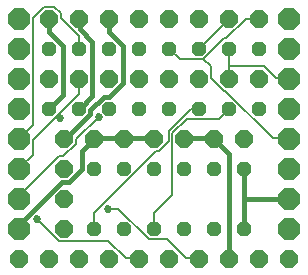
<source format=gbl>
G75*
%MOIN*%
%OFA0B0*%
%FSLAX25Y25*%
%IPPOS*%
%LPD*%
%AMOC8*
5,1,8,0,0,1.08239X$1,22.5*
%
%ADD10OC8,0.07200*%
%ADD11OC8,0.04800*%
%ADD12OC8,0.06000*%
%ADD13C,0.01500*%
%ADD14C,0.00600*%
%ADD15C,0.02700*%
D10*
X0006300Y0036250D03*
X0006300Y0046250D03*
X0006300Y0056250D03*
X0006300Y0066250D03*
X0006300Y0076250D03*
X0006300Y0086250D03*
X0006300Y0096250D03*
X0006300Y0106250D03*
X0096300Y0106250D03*
X0096300Y0096250D03*
X0096300Y0086250D03*
X0096300Y0076250D03*
X0096300Y0066250D03*
X0096300Y0056250D03*
X0096300Y0046250D03*
X0096300Y0036250D03*
D11*
X0081300Y0036250D03*
X0071300Y0036250D03*
X0061300Y0036250D03*
X0051300Y0036250D03*
X0041300Y0036250D03*
X0031300Y0036250D03*
X0031300Y0056250D03*
X0041300Y0056250D03*
X0051300Y0056250D03*
X0061300Y0056250D03*
X0071300Y0056250D03*
X0081300Y0056250D03*
X0076300Y0076250D03*
X0066300Y0076250D03*
X0056300Y0076250D03*
X0046300Y0076250D03*
X0036300Y0076250D03*
X0026300Y0076250D03*
X0016300Y0076250D03*
X0016300Y0096250D03*
X0026300Y0096250D03*
X0036300Y0096250D03*
X0046300Y0096250D03*
X0056300Y0096250D03*
X0066300Y0096250D03*
X0076300Y0096250D03*
X0086300Y0096250D03*
X0086300Y0076250D03*
D12*
X0006300Y0026250D03*
X0016300Y0026250D03*
X0021300Y0036250D03*
X0021300Y0046250D03*
X0021300Y0056250D03*
X0021300Y0066250D03*
X0031300Y0066250D03*
X0041300Y0066250D03*
X0051300Y0066250D03*
X0061300Y0066250D03*
X0071300Y0066250D03*
X0081300Y0066250D03*
X0076300Y0086250D03*
X0066300Y0086250D03*
X0056300Y0086250D03*
X0046300Y0086250D03*
X0036300Y0086250D03*
X0026300Y0086250D03*
X0016300Y0086250D03*
X0016300Y0106250D03*
X0026300Y0106250D03*
X0036300Y0106250D03*
X0046300Y0106250D03*
X0056300Y0106250D03*
X0066300Y0106250D03*
X0076300Y0106250D03*
X0086300Y0106250D03*
X0086300Y0086250D03*
X0086300Y0026250D03*
X0096300Y0026250D03*
X0076300Y0026250D03*
X0066300Y0026250D03*
X0056300Y0026250D03*
X0046300Y0026250D03*
X0036300Y0026250D03*
X0026300Y0026250D03*
D13*
X0006400Y0037550D02*
X0020500Y0051650D01*
X0022900Y0051650D01*
X0027400Y0056150D01*
X0027400Y0062150D01*
X0031300Y0066050D01*
X0031300Y0066250D01*
X0031900Y0066350D01*
X0040600Y0066350D01*
X0041300Y0066250D01*
X0041500Y0066350D01*
X0051100Y0066350D01*
X0051300Y0066250D01*
X0061300Y0066350D02*
X0061300Y0066250D01*
X0061300Y0066350D02*
X0070600Y0066350D01*
X0071300Y0066250D01*
X0076300Y0061250D01*
X0076300Y0026250D01*
X0081300Y0036250D02*
X0081400Y0036350D01*
X0081400Y0046250D01*
X0096300Y0046250D01*
X0081400Y0046250D02*
X0081400Y0056150D01*
X0081300Y0056250D01*
X0040900Y0084650D02*
X0036400Y0080150D01*
X0034600Y0080150D01*
X0030100Y0075650D01*
X0030100Y0074450D01*
X0022000Y0066350D01*
X0021400Y0066350D01*
X0021300Y0066250D01*
X0016300Y0076250D02*
X0020800Y0080750D01*
X0020800Y0097250D01*
X0016300Y0101750D01*
X0016300Y0106250D01*
X0026300Y0106250D02*
X0026500Y0106250D01*
X0026500Y0102650D01*
X0030700Y0098450D01*
X0030700Y0080450D01*
X0026500Y0076250D01*
X0026300Y0076250D01*
X0040900Y0084650D02*
X0040900Y0097250D01*
X0036400Y0101750D01*
X0036400Y0106250D01*
X0036300Y0106250D01*
X0006400Y0037550D02*
X0006400Y0036350D01*
X0006300Y0036250D01*
D14*
X0012400Y0039350D02*
X0019600Y0032150D01*
X0036100Y0032150D01*
X0041800Y0026450D01*
X0046300Y0026450D01*
X0046300Y0026250D01*
X0049600Y0032750D02*
X0039400Y0042950D01*
X0036100Y0042950D01*
X0031300Y0041450D02*
X0031300Y0036250D01*
X0031300Y0041450D02*
X0052000Y0062150D01*
X0052900Y0062150D01*
X0056200Y0065450D01*
X0056200Y0068750D01*
X0063700Y0076250D01*
X0066300Y0076250D01*
X0062200Y0072950D02*
X0073000Y0072950D01*
X0076300Y0076250D01*
X0075100Y0082250D02*
X0074500Y0082250D01*
X0070300Y0086450D01*
X0070300Y0090350D01*
X0067750Y0092900D01*
X0074500Y0099650D01*
X0075400Y0099650D01*
X0082000Y0106250D01*
X0086300Y0106250D01*
X0076300Y0106250D02*
X0066300Y0096250D01*
X0067750Y0092900D02*
X0067600Y0092750D01*
X0059800Y0092750D01*
X0056300Y0096250D01*
X0062200Y0072950D02*
X0057400Y0068150D01*
X0057400Y0047450D01*
X0051400Y0041450D01*
X0051400Y0036350D01*
X0051300Y0036250D01*
X0049600Y0032750D02*
X0055600Y0032750D01*
X0061900Y0026450D01*
X0066100Y0026450D01*
X0066300Y0026250D01*
X0091000Y0066350D02*
X0075100Y0082250D01*
X0076300Y0086250D02*
X0076300Y0090350D01*
X0088000Y0090350D01*
X0091900Y0086450D01*
X0096100Y0086450D01*
X0096300Y0086250D01*
X0096100Y0066350D02*
X0091000Y0066350D01*
X0096100Y0066350D02*
X0096300Y0066250D01*
X0076300Y0090350D02*
X0076300Y0096250D01*
X0032800Y0073550D02*
X0025300Y0066050D01*
X0025300Y0064550D01*
X0021100Y0060350D01*
X0019600Y0060350D01*
X0006400Y0047150D01*
X0006400Y0046250D01*
X0006300Y0046250D01*
X0006300Y0056250D02*
X0006400Y0056450D01*
X0010900Y0060950D01*
X0010900Y0065750D01*
X0019150Y0074000D01*
X0019900Y0073250D01*
X0019150Y0074000D02*
X0026200Y0081050D01*
X0026200Y0086150D01*
X0026300Y0086250D01*
X0026300Y0096250D02*
X0026200Y0096350D01*
X0026200Y0100550D01*
X0020200Y0106550D01*
X0020200Y0108050D01*
X0018100Y0110150D01*
X0014500Y0110150D01*
X0010900Y0106550D01*
X0010900Y0070850D01*
X0006300Y0066250D01*
D15*
X0019900Y0073250D03*
X0032800Y0073550D03*
X0036100Y0042950D03*
X0012400Y0039350D03*
M02*

</source>
